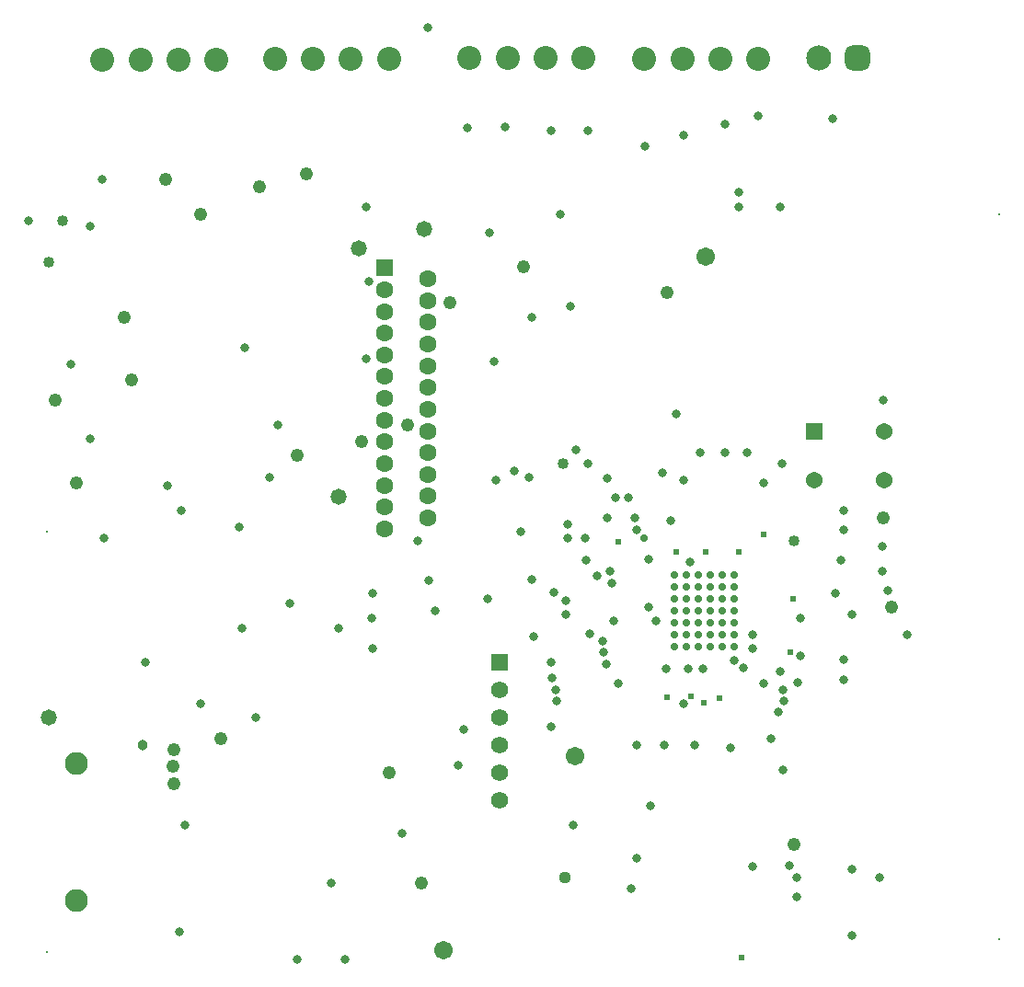
<source format=gbr>
G04*
G04 #@! TF.GenerationSoftware,Altium Limited,Altium Designer,25.2.1 (25)*
G04*
G04 Layer_Color=16711935*
%FSLAX25Y25*%
%MOIN*%
G70*
G04*
G04 #@! TF.SameCoordinates,93333BF9-B9FA-480E-9F15-3530D08D3613*
G04*
G04*
G04 #@! TF.FilePolarity,Negative*
G04*
G01*
G75*
%ADD95C,0.09068*%
G04:AMPARAMS|DCode=96|XSize=90.68mil|YSize=90.68mil|CornerRadius=24.67mil|HoleSize=0mil|Usage=FLASHONLY|Rotation=180.000|XOffset=0mil|YOffset=0mil|HoleType=Round|Shape=RoundedRectangle|*
%AMROUNDEDRECTD96*
21,1,0.09068,0.04134,0,0,180.0*
21,1,0.04134,0.09068,0,0,180.0*
1,1,0.04934,-0.02067,0.02067*
1,1,0.04934,0.02067,0.02067*
1,1,0.04934,0.02067,-0.02067*
1,1,0.04934,-0.02067,-0.02067*
%
%ADD96ROUNDEDRECTD96*%
%ADD97C,0.08674*%
%ADD98R,0.06292X0.06292*%
%ADD99C,0.06292*%
%ADD100C,0.00800*%
%ADD101C,0.06181*%
%ADD102R,0.06181X0.06181*%
%ADD103C,0.06706*%
%ADD104C,0.08280*%
%ADD105R,0.06063X0.06063*%
%ADD106C,0.06063*%
%ADD107C,0.03800*%
%ADD108C,0.03200*%
%ADD109C,0.04400*%
%ADD110C,0.02400*%
%ADD111C,0.04800*%
%ADD112C,0.02800*%
%ADD113C,0.04000*%
%ADD114C,0.02769*%
%ADD115C,0.05800*%
D95*
X294110Y334150D02*
D03*
D96*
X307890D02*
D03*
D97*
X75800Y333500D02*
D03*
X62020D02*
D03*
X48241D02*
D03*
X34461D02*
D03*
X272139Y333600D02*
D03*
X258359D02*
D03*
X244580D02*
D03*
X230800D02*
D03*
X208859Y334000D02*
D03*
X195080D02*
D03*
X181300D02*
D03*
X167520D02*
D03*
X138261Y333800D02*
D03*
X124482D02*
D03*
X110702D02*
D03*
X96923D02*
D03*
D98*
X136752Y257933D02*
D03*
D99*
Y250059D02*
D03*
Y242185D02*
D03*
Y234311D02*
D03*
Y226437D02*
D03*
Y218563D02*
D03*
Y210689D02*
D03*
Y202815D02*
D03*
Y194941D02*
D03*
Y187067D02*
D03*
Y179193D02*
D03*
Y171319D02*
D03*
Y163445D02*
D03*
X152500Y253996D02*
D03*
Y246122D02*
D03*
Y238248D02*
D03*
Y230374D02*
D03*
Y222500D02*
D03*
Y214626D02*
D03*
Y206752D02*
D03*
Y198878D02*
D03*
Y191004D02*
D03*
Y183130D02*
D03*
Y175256D02*
D03*
Y167382D02*
D03*
D100*
X14500Y10000D02*
D03*
X359200Y277500D02*
D03*
Y14800D02*
D03*
X14500Y162500D02*
D03*
D101*
X178500Y65000D02*
D03*
Y75000D02*
D03*
Y85000D02*
D03*
Y95000D02*
D03*
Y105000D02*
D03*
D102*
Y115000D02*
D03*
D103*
X157900Y10700D02*
D03*
X205600Y80900D02*
D03*
X253100Y262000D02*
D03*
D104*
X25000Y78303D02*
D03*
Y28697D02*
D03*
D105*
X292205Y198858D02*
D03*
D106*
X317795D02*
D03*
X292205Y181142D02*
D03*
X317795D02*
D03*
D107*
X49000Y85000D02*
D03*
D108*
X143000Y53000D02*
D03*
X155000Y133700D02*
D03*
X189000Y182000D02*
D03*
X299000Y312000D02*
D03*
X272000Y313000D02*
D03*
X260000Y310000D02*
D03*
X245000Y306000D02*
D03*
X231000Y302000D02*
D03*
X210400Y307581D02*
D03*
X200401Y277399D02*
D03*
X204000Y244000D02*
D03*
X197000Y307800D02*
D03*
X180400Y309200D02*
D03*
X174700Y270600D02*
D03*
X183625Y184244D02*
D03*
X176300Y224100D02*
D03*
X190000Y240000D02*
D03*
X166800Y308700D02*
D03*
X7800Y275000D02*
D03*
X152300Y344900D02*
D03*
X232200Y152400D02*
D03*
X148700Y159200D02*
D03*
X152800Y144800D02*
D03*
X165400Y90800D02*
D03*
X163200Y77600D02*
D03*
X177000Y181100D02*
D03*
X210400Y186900D02*
D03*
X186100Y162400D02*
D03*
X218500Y147900D02*
D03*
X219000Y143800D02*
D03*
X213600Y146500D02*
D03*
X209600Y152000D02*
D03*
X217500Y181800D02*
D03*
X206000Y192100D02*
D03*
X209200Y160100D02*
D03*
X203000Y160000D02*
D03*
X198100Y140400D02*
D03*
X203000Y165000D02*
D03*
X130000Y280000D02*
D03*
X265125D02*
D03*
Y285400D02*
D03*
X280000Y280000D02*
D03*
X197300Y109500D02*
D03*
X198800Y105200D02*
D03*
X199100Y101200D02*
D03*
X216975Y114400D02*
D03*
X219600Y129900D02*
D03*
X238700Y112690D02*
D03*
X252100D02*
D03*
X246600D02*
D03*
X270187Y124912D02*
D03*
X263300Y115700D02*
D03*
X281400Y101000D02*
D03*
X286400Y107675D02*
D03*
X274100Y107500D02*
D03*
X279300Y97100D02*
D03*
X281000Y105200D02*
D03*
X227500Y167500D02*
D03*
X217500D02*
D03*
X240200Y166500D02*
D03*
X228000Y163000D02*
D03*
X224900Y174875D02*
D03*
X220400Y174700D02*
D03*
X215600Y122875D02*
D03*
X211000Y125500D02*
D03*
X216100Y118600D02*
D03*
X190600Y124400D02*
D03*
X326000Y125000D02*
D03*
X266700Y113200D02*
D03*
X303100Y108700D02*
D03*
X280000Y111800D02*
D03*
X276800Y87400D02*
D03*
X197000Y91700D02*
D03*
X245000Y100000D02*
D03*
X34500Y289900D02*
D03*
X247400Y151500D02*
D03*
X63000Y170000D02*
D03*
X283500Y41500D02*
D03*
X122500Y7500D02*
D03*
X287500Y131000D02*
D03*
X306000Y132500D02*
D03*
X237500Y183771D02*
D03*
X270033Y120000D02*
D03*
X280800Y187000D02*
D03*
X102500Y136500D02*
D03*
X64500Y56000D02*
D03*
X232500Y135000D02*
D03*
X287500Y117500D02*
D03*
X303000Y116000D02*
D03*
X270000Y41000D02*
D03*
X281000Y76000D02*
D03*
X233000Y63000D02*
D03*
X120000Y127500D02*
D03*
X205000Y56000D02*
D03*
X228000Y85000D02*
D03*
X249000D02*
D03*
X238000D02*
D03*
X132000Y131000D02*
D03*
X174000Y138000D02*
D03*
X131000Y253000D02*
D03*
X84000Y164000D02*
D03*
X98000Y201000D02*
D03*
X30000Y273000D02*
D03*
X23000Y223000D02*
D03*
X274000Y180000D02*
D03*
X268000Y191000D02*
D03*
X260000D02*
D03*
X251000D02*
D03*
X245000Y181000D02*
D03*
X302000Y152000D02*
D03*
X300000Y140000D02*
D03*
X228000Y44000D02*
D03*
X262000Y84000D02*
D03*
X303000Y170000D02*
D03*
Y163000D02*
D03*
X319000Y141000D02*
D03*
X317000Y148000D02*
D03*
Y157000D02*
D03*
X226000Y33000D02*
D03*
X306000Y16000D02*
D03*
X286000Y30000D02*
D03*
X95000Y182000D02*
D03*
X130000Y225000D02*
D03*
X86000Y229000D02*
D03*
X58000Y179000D02*
D03*
X30000Y196000D02*
D03*
X317500Y210000D02*
D03*
X242500Y205000D02*
D03*
X202500Y132500D02*
D03*
Y137500D02*
D03*
X190000Y145000D02*
D03*
X132500Y140000D02*
D03*
Y120000D02*
D03*
X70000Y100000D02*
D03*
X85000Y127500D02*
D03*
X50000Y115000D02*
D03*
X35000Y160000D02*
D03*
X90000Y95000D02*
D03*
X117500Y35000D02*
D03*
X62500Y17500D02*
D03*
X105000Y7500D02*
D03*
X235000Y130000D02*
D03*
X286000Y37000D02*
D03*
X197000Y115000D02*
D03*
X316000Y37000D02*
D03*
X306000Y40000D02*
D03*
X221500Y107500D02*
D03*
D109*
X202000Y37000D02*
D03*
D110*
X266000Y8000D02*
D03*
X221225Y158625D02*
D03*
X253100Y155200D02*
D03*
X264900D02*
D03*
X284800Y138200D02*
D03*
X283566Y118629D02*
D03*
X258000Y102000D02*
D03*
X252200Y100400D02*
D03*
X247600Y102600D02*
D03*
X242300Y155100D02*
D03*
X239000Y102500D02*
D03*
X274000Y161500D02*
D03*
D111*
X239000Y249000D02*
D03*
X187000Y258500D02*
D03*
X144900Y201100D02*
D03*
X160500Y245400D02*
D03*
X138500Y75000D02*
D03*
X57400Y290100D02*
D03*
X108200Y292200D02*
D03*
X91200Y287400D02*
D03*
X60500Y71000D02*
D03*
Y83500D02*
D03*
X60000Y77500D02*
D03*
X285000Y49000D02*
D03*
X150000Y35000D02*
D03*
X70000Y277500D02*
D03*
X105000Y190000D02*
D03*
X17500Y210000D02*
D03*
X42500Y240000D02*
D03*
X45000Y217500D02*
D03*
X25000Y180000D02*
D03*
X77500Y87500D02*
D03*
X320301Y134886D02*
D03*
X317500Y167500D02*
D03*
X128500Y195000D02*
D03*
D112*
X230600Y159900D02*
D03*
D113*
X201300Y187200D02*
D03*
X285000Y159000D02*
D03*
X20000Y275000D02*
D03*
X15000Y260000D02*
D03*
D114*
X241574Y146739D02*
D03*
X245904D02*
D03*
X250235D02*
D03*
X254566D02*
D03*
X258897D02*
D03*
X263227D02*
D03*
X241574Y142408D02*
D03*
X245904Y142408D02*
D03*
X250235Y142408D02*
D03*
X254566D02*
D03*
X258897D02*
D03*
X263227D02*
D03*
X241574Y138078D02*
D03*
X245904D02*
D03*
X250235D02*
D03*
X254566D02*
D03*
X258897D02*
D03*
X263227D02*
D03*
X241574Y133747D02*
D03*
X245904D02*
D03*
X250235D02*
D03*
X254566D02*
D03*
X258897D02*
D03*
X263227D02*
D03*
X241574Y129416D02*
D03*
X245904D02*
D03*
X250235D02*
D03*
X254566D02*
D03*
X258897D02*
D03*
X263227D02*
D03*
X241574Y125086D02*
D03*
X245904D02*
D03*
X250235D02*
D03*
X254566D02*
D03*
X258897D02*
D03*
X263227D02*
D03*
X241574Y120755D02*
D03*
X245904D02*
D03*
X250235Y120755D02*
D03*
X254566Y120755D02*
D03*
X258897D02*
D03*
X263227D02*
D03*
D115*
X151000Y272100D02*
D03*
X127500Y265000D02*
D03*
X120000Y175000D02*
D03*
X15000Y95000D02*
D03*
M02*

</source>
